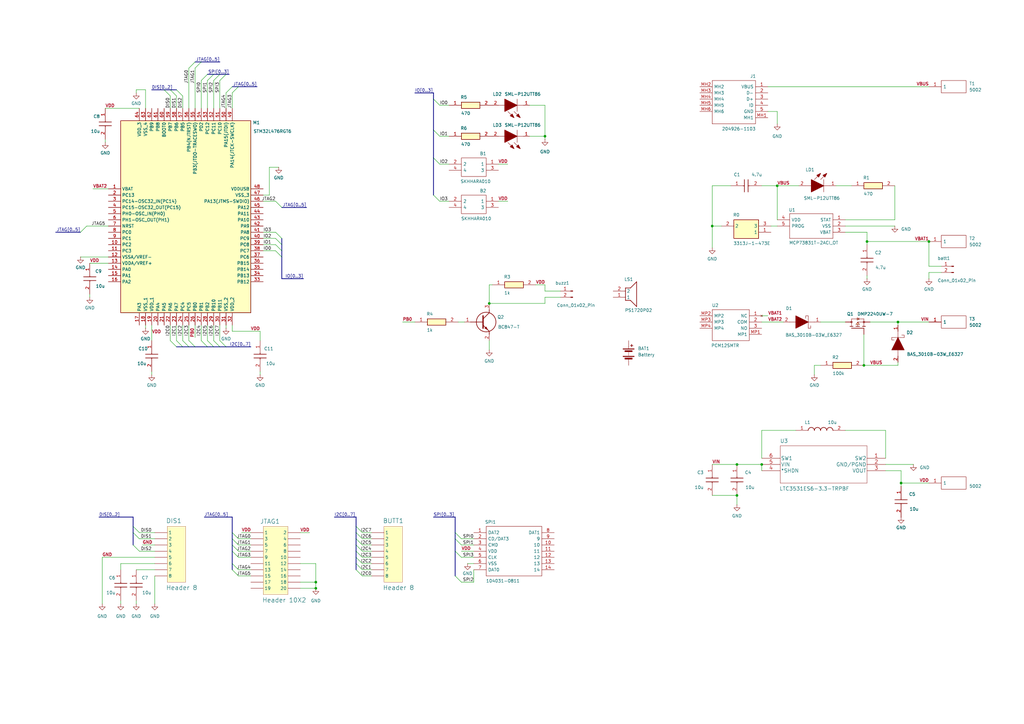
<source format=kicad_sch>
(kicad_sch (version 20250114) (generator "eeschema") (generator_version "9.0")
  (paper "A3")
  (junction (at 318.77 76.2))
  (junction (at 302.26 190.5))
  (junction (at 381 99.06))
  (junction (at 369.57 198.12))
  (junction (at 292.1 92.71))
  (junction (at 129.54 241.3))
  (junction (at 355.6 99.06))
  (junction (at 200.66 124.46))
  (junction (at 129.54 238.76))
  (junction (at 302.26 203.2))
  (junction (at 368.3 132.08))
  (junction (at 312.42 190.5))
  (junction (at 354.33 149.86))
  (junction (at 223.52 55.88))
  (bus_entry (at 115.57 105.41) (size -2.54 -2.54))
  (bus_entry (at 177.8 80.01) (size 2.54 2.54))
  (bus_entry (at 54.61 215.9) (size 2.54 2.54))
  (bus_entry (at 33.02 95.25) (size 2.54 -2.54))
  (bus_entry (at 80.01 25.4) (size -2.54 2.54))
  (bus_entry (at 146.05 226.06) (size 2.54 2.54))
  (bus_entry (at 177.8 64.77) (size 2.54 2.54))
  (bus_entry (at 186.69 236.22) (size 2.54 2.54))
  (bus_entry (at 92.71 30.48) (size -2.54 2.54))
  (bus_entry (at 92.71 142.24) (size -2.54 -2.54))
  (bus_entry (at 115.57 85.09) (size -2.54 -2.54))
  (bus_entry (at 186.69 220.98) (size 2.54 2.54))
  (bus_entry (at 72.39 36.83) (size 2.54 2.54))
  (bus_entry (at 146.05 223.52) (size 2.54 2.54))
  (bus_entry (at 177.8 40.64) (size 2.54 2.54))
  (bus_entry (at 95.25 218.44) (size 2.54 2.54))
  (bus_entry (at 90.17 142.24) (size -2.54 -2.54))
  (bus_entry (at 95.25 220.98) (size 2.54 2.54))
  (bus_entry (at 95.25 35.56) (size -2.54 2.54))
  (bus_entry (at 82.55 25.4) (size -2.54 2.54))
  (bus_entry (at 146.05 218.44) (size 2.54 2.54))
  (bus_entry (at 87.63 30.48) (size -2.54 2.54))
  (bus_entry (at 186.69 218.44) (size 2.54 2.54))
  (bus_entry (at 87.63 142.24) (size -2.54 -2.54))
  (bus_entry (at 69.85 36.83) (size 2.54 2.54))
  (bus_entry (at 90.17 30.48) (size -2.54 2.54))
  (bus_entry (at 95.25 223.52) (size 2.54 2.54))
  (bus_entry (at 177.8 53.34) (size 2.54 2.54))
  (bus_entry (at 95.25 231.14) (size 2.54 2.54))
  (bus_entry (at 95.25 233.68) (size 2.54 2.54))
  (bus_entry (at 74.93 142.24) (size -2.54 -2.54))
  (bus_entry (at 146.05 233.68) (size 2.54 2.54))
  (bus_entry (at 97.79 35.56) (size -2.54 2.54))
  (bus_entry (at 115.57 100.33) (size -2.54 -2.54))
  (bus_entry (at 54.61 218.44) (size 2.54 2.54))
  (bus_entry (at 146.05 231.14) (size 2.54 2.54))
  (bus_entry (at 72.39 142.24) (size -2.54 -2.54))
  (bus_entry (at 115.57 102.87) (size -2.54 -2.54))
  (bus_entry (at 77.47 142.24) (size -2.54 -2.54))
  (bus_entry (at 95.25 226.06) (size 2.54 2.54))
  (bus_entry (at 146.05 228.6) (size 2.54 2.54))
  (bus_entry (at 67.31 36.83) (size 2.54 2.54))
  (bus_entry (at 85.09 142.24) (size -2.54 -2.54))
  (bus_entry (at 146.05 215.9) (size 2.54 2.54))
  (bus_entry (at 85.09 30.48) (size -2.54 2.54))
  (bus_entry (at 115.57 97.79) (size -2.54 -2.54))
  (bus_entry (at 80.01 142.24) (size -2.54 -2.54))
  (bus_entry (at 186.69 226.06) (size 2.54 2.54))
  (bus_entry (at 54.61 223.52) (size 2.54 2.54))
  (bus_entry (at 146.05 220.98) (size 2.54 2.54))
  (wire (pts (xy 318.77 50.8) (xy 318.77 45.72)))
  (wire (pts (xy 318.77 76.2) (xy 327.66 76.2)))
  (wire (pts (xy 368.3 132.08) (xy 381 132.08)))
  (bus (pts (xy 146.05 228.6) (xy 146.05 231.14)))
  (wire (pts (xy 110.49 80.01) (xy 107.95 80.01)))
  (bus (pts (xy 146.05 223.52) (xy 146.05 226.06)))
  (wire (pts (xy 312.42 176.53) (xy 312.42 187.96)))
  (wire (pts (xy 148.59 226.06) (xy 152.4 226.06)))
  (wire (pts (xy 80.01 138.43) (xy 80.01 133.35)))
  (bus (pts (xy 90.17 30.48) (xy 92.71 30.48)))
  (wire (pts (xy 107.95 102.87) (xy 113.03 102.87)))
  (wire (pts (xy 82.55 139.7) (xy 82.55 133.35)))
  (wire (pts (xy 355.6 95.25) (xy 355.6 99.06)))
  (wire (pts (xy 354.33 149.86) (xy 354.33 137.16)))
  (bus (pts (xy 87.63 142.24) (xy 90.17 142.24)))
  (bus (pts (xy 95.25 223.52) (xy 95.25 226.06)))
  (wire (pts (xy 292.1 92.71) (xy 292.1 101.6)))
  (wire (pts (xy 35.56 92.71) (xy 44.45 92.71)))
  (bus (pts (xy 67.31 36.83) (xy 69.85 36.83)))
  (wire (pts (xy 180.34 55.88) (xy 184.15 55.88)))
  (wire (pts (xy 368.3 132.08) (xy 368.3 133.35)))
  (bus (pts (xy 186.69 220.98) (xy 186.69 226.06)))
  (bus (pts (xy 92.71 30.48) (xy 93.98 30.48)))
  (wire (pts (xy 201.93 116.84) (xy 200.66 116.84)))
  (bus (pts (xy 95.25 226.06) (xy 95.25 231.14)))
  (wire (pts (xy 77.47 139.7) (xy 77.47 133.35)))
  (wire (pts (xy 355.6 99.06) (xy 381 99.06)))
  (wire (pts (xy 87.63 33.02) (xy 87.63 44.45)))
  (wire (pts (xy 74.93 39.37) (xy 74.93 44.45)))
  (bus (pts (xy 85.09 142.24) (xy 87.63 142.24)))
  (wire (pts (xy 381 109.22) (xy 381 99.06)))
  (wire (pts (xy 386.08 111.76) (xy 381 111.76)))
  (wire (pts (xy 55.88 38.1) (xy 55.88 36.83)))
  (wire (pts (xy 189.23 238.76) (xy 194.31 238.76)))
  (wire (pts (xy 355.6 114.3) (xy 355.6 113.03)))
  (wire (pts (xy 95.25 38.1) (xy 95.25 44.45)))
  (wire (pts (xy 349.25 76.2) (xy 342.9 76.2)))
  (wire (pts (xy 326.39 176.53) (xy 312.42 176.53)))
  (wire (pts (xy 314.96 35.56) (xy 381 35.56)))
  (wire (pts (xy 106.68 153.67) (xy 106.68 152.4)))
  (wire (pts (xy 59.69 36.83) (xy 59.69 44.45)))
  (wire (pts (xy 368.3 148.59) (xy 368.3 149.86)))
  (wire (pts (xy 82.55 33.02) (xy 82.55 44.45)))
  (wire (pts (xy 355.6 95.25) (xy 346.71 95.25)))
  (wire (pts (xy 374.65 190.5) (xy 363.22 190.5)))
  (wire (pts (xy 57.15 218.44) (xy 63.5 218.44)))
  (bus (pts (xy 177.8 53.34) (xy 177.8 40.64)))
  (bus (pts (xy 54.61 215.9) (xy 54.61 218.44)))
  (bus (pts (xy 177.8 80.01) (xy 177.8 64.77)))
  (wire (pts (xy 95.25 135.89) (xy 95.25 133.35)))
  (wire (pts (xy 189.23 223.52) (xy 194.31 223.52)))
  (wire (pts (xy 97.79 228.6) (xy 102.87 228.6)))
  (bus (pts (xy 80.01 25.4) (xy 82.55 25.4)))
  (wire (pts (xy 106.68 135.89) (xy 106.68 139.7)))
  (wire (pts (xy 80.01 27.94) (xy 80.01 44.45)))
  (bus (pts (xy 146.05 215.9) (xy 146.05 212.09)))
  (wire (pts (xy 129.54 238.76) (xy 129.54 241.3)))
  (wire (pts (xy 55.88 36.83) (xy 59.69 36.83)))
  (bus (pts (xy 69.85 36.83) (xy 72.39 36.83)))
  (wire (pts (xy 69.85 139.7) (xy 69.85 133.35)))
  (wire (pts (xy 312.42 190.5) (xy 312.42 193.04)))
  (wire (pts (xy 99.06 218.44) (xy 102.87 218.44)))
  (bus (pts (xy 95.25 212.09) (xy 95.25 218.44)))
  (wire (pts (xy 90.17 139.7) (xy 90.17 133.35)))
  (bus (pts (xy 95.25 220.98) (xy 95.25 223.52)))
  (wire (pts (xy 334.01 153.67) (xy 334.01 149.86)))
  (bus (pts (xy 80.01 142.24) (xy 85.09 142.24)))
  (wire (pts (xy 369.57 198.12) (xy 381 198.12)))
  (wire (pts (xy 43.18 58.42) (xy 43.18 57.15)))
  (bus (pts (xy 77.47 142.24) (xy 80.01 142.24)))
  (bus (pts (xy 186.69 218.44) (xy 186.69 220.98)))
  (wire (pts (xy 85.09 33.02) (xy 85.09 44.45)))
  (wire (pts (xy 223.52 43.18) (xy 217.17 43.18)))
  (bus (pts (xy 115.57 105.41) (xy 115.57 114.3)))
  (bus (pts (xy 87.63 30.48) (xy 90.17 30.48)))
  (wire (pts (xy 148.59 236.22) (xy 152.4 236.22)))
  (bus (pts (xy 95.25 35.56) (xy 97.79 35.56)))
  (bus (pts (xy 177.8 212.09) (xy 186.69 212.09)))
  (wire (pts (xy 148.59 231.14) (xy 152.4 231.14)))
  (wire (pts (xy 148.59 223.52) (xy 152.4 223.52)))
  (wire (pts (xy 367.03 92.71) (xy 346.71 92.71)))
  (bus (pts (xy 186.69 226.06) (xy 186.69 236.22)))
  (wire (pts (xy 367.03 90.17) (xy 346.71 90.17)))
  (wire (pts (xy 312.42 76.2) (xy 318.77 76.2)))
  (wire (pts (xy 148.59 220.98) (xy 152.4 220.98)))
  (wire (pts (xy 292.1 76.2) (xy 292.1 92.71)))
  (wire (pts (xy 369.57 193.04) (xy 369.57 198.12)))
  (wire (pts (xy 369.57 193.04) (xy 363.22 193.04)))
  (wire (pts (xy 36.83 121.92) (xy 36.83 120.65)))
  (wire (pts (xy 223.52 57.15) (xy 223.52 55.88)))
  (wire (pts (xy 200.66 124.46) (xy 223.52 124.46)))
  (wire (pts (xy 62.23 153.67) (xy 62.23 152.4)))
  (wire (pts (xy 180.34 43.18) (xy 184.15 43.18)))
  (wire (pts (xy 113.03 97.79) (xy 107.95 97.79)))
  (bus (pts (xy 74.93 142.24) (xy 77.47 142.24)))
  (wire (pts (xy 346.71 176.53) (xy 363.22 176.53)))
  (wire (pts (xy 49.53 233.68) (xy 49.53 231.14)))
  (wire (pts (xy 180.34 67.31) (xy 184.15 67.31)))
  (bus (pts (xy 95.25 218.44) (xy 95.25 220.98)))
  (wire (pts (xy 57.15 220.98) (xy 63.5 220.98)))
  (wire (pts (xy 38.1 77.47) (xy 44.45 77.47)))
  (bus (pts (xy 186.69 212.09) (xy 186.69 218.44)))
  (wire (pts (xy 334.01 149.86) (xy 336.55 149.86)))
  (bus (pts (xy 83.82 212.09) (xy 95.25 212.09)))
  (bus (pts (xy 85.09 30.48) (xy 87.63 30.48)))
  (wire (pts (xy 299.72 76.2) (xy 292.1 76.2)))
  (wire (pts (xy 223.52 43.18) (xy 223.52 55.88)))
  (wire (pts (xy 295.91 92.71) (xy 292.1 92.71)))
  (wire (pts (xy 72.39 139.7) (xy 72.39 133.35)))
  (wire (pts (xy 194.31 238.76) (xy 194.31 233.68)))
  (bus (pts (xy 125.73 85.09) (xy 115.57 85.09)))
  (wire (pts (xy 318.77 76.2) (xy 318.77 90.17)))
  (bus (pts (xy 54.61 215.9) (xy 54.61 212.09)))
  (wire (pts (xy 41.91 228.6) (xy 41.91 247.65)))
  (bus (pts (xy 115.57 114.3) (xy 124.46 114.3)))
  (bus (pts (xy 146.05 226.06) (xy 146.05 228.6)))
  (wire (pts (xy 92.71 38.1) (xy 92.71 44.45)))
  (wire (pts (xy 107.95 82.55) (xy 113.03 82.55)))
  (wire (pts (xy 77.47 27.94) (xy 77.47 44.45)))
  (wire (pts (xy 223.52 116.84) (xy 223.52 119.38)))
  (wire (pts (xy 36.83 107.95) (xy 44.45 107.95)))
  (wire (pts (xy 97.79 226.06) (xy 102.87 226.06)))
  (wire (pts (xy 41.91 228.6) (xy 63.5 228.6)))
  (bus (pts (xy 177.8 38.1) (xy 177.8 40.64)))
  (wire (pts (xy 367.03 76.2) (xy 367.03 90.17)))
  (wire (pts (xy 316.23 92.71) (xy 318.77 92.71)))
  (wire (pts (xy 92.71 134.62) (xy 92.71 133.35)))
  (bus (pts (xy 146.05 220.98) (xy 146.05 223.52)))
  (wire (pts (xy 302.26 207.01) (xy 302.26 203.2)))
  (wire (pts (xy 302.26 203.2) (xy 292.1 203.2)))
  (wire (pts (xy 123.19 231.14) (xy 129.54 231.14)))
  (wire (pts (xy 55.88 233.68) (xy 63.5 233.68)))
  (wire (pts (xy 123.19 241.3) (xy 129.54 241.3)))
  (wire (pts (xy 97.79 236.22) (xy 102.87 236.22)))
  (wire (pts (xy 355.6 99.06) (xy 355.6 100.33)))
  (bus (pts (xy 146.05 212.09) (xy 137.16 212.09)))
  (wire (pts (xy 223.52 119.38) (xy 229.87 119.38)))
  (wire (pts (xy 74.93 139.7) (xy 74.93 133.35)))
  (wire (pts (xy 363.22 176.53) (xy 363.22 187.96)))
  (wire (pts (xy 123.19 238.76) (xy 129.54 238.76)))
  (bus (pts (xy 177.8 64.77) (xy 177.8 53.34)))
  (wire (pts (xy 69.85 39.37) (xy 69.85 44.45)))
  (wire (pts (xy 63.5 247.65) (xy 63.5 236.22)))
  (wire (pts (xy 57.15 226.06) (xy 63.5 226.06)))
  (wire (pts (xy 110.49 68.58) (xy 114.3 68.58)))
  (wire (pts (xy 187.96 132.08) (xy 190.5 132.08)))
  (wire (pts (xy 110.49 68.58) (xy 110.49 80.01)))
  (wire (pts (xy 97.79 223.52) (xy 102.87 223.52)))
  (bus (pts (xy 170.18 38.1) (xy 177.8 38.1)))
  (wire (pts (xy 200.66 143.51) (xy 200.66 139.7)))
  (wire (pts (xy 148.59 228.6) (xy 152.4 228.6)))
  (wire (pts (xy 200.66 116.84) (xy 200.66 124.46)))
  (wire (pts (xy 49.53 231.14) (xy 63.5 231.14)))
  (wire (pts (xy 191.77 231.14) (xy 194.31 231.14)))
  (wire (pts (xy 368.3 149.86) (xy 354.33 149.86)))
  (wire (pts (xy 148.59 233.68) (xy 152.4 233.68)))
  (wire (pts (xy 113.03 100.33) (xy 107.95 100.33)))
  (bus (pts (xy 115.57 102.87) (xy 115.57 105.41)))
  (wire (pts (xy 223.52 55.88) (xy 217.17 55.88)))
  (wire (pts (xy 87.63 133.35) (xy 87.63 139.7)))
  (wire (pts (xy 49.53 247.65) (xy 49.53 246.38)))
  (wire (pts (xy 129.54 231.14) (xy 129.54 238.76)))
  (bus (pts (xy 146.05 215.9) (xy 146.05 218.44)))
  (wire (pts (xy 43.18 44.45) (xy 57.15 44.45)))
  (wire (pts (xy 58.42 223.52) (xy 63.5 223.52)))
  (wire (pts (xy 356.87 132.08) (xy 368.3 132.08)))
  (wire (pts (xy 97.79 233.68) (xy 102.87 233.68)))
  (wire (pts (xy 312.42 129.54) (xy 314.96 129.54)))
  (wire (pts (xy 229.87 121.92) (xy 223.52 121.92)))
  (bus (pts (xy 95.25 231.14) (xy 95.25 233.68)))
  (wire (pts (xy 85.09 133.35) (xy 85.09 139.7)))
  (wire (pts (xy 318.77 45.72) (xy 314.96 45.72)))
  (wire (pts (xy 127 218.44) (xy 123.19 218.44)))
  (wire (pts (xy 62.23 133.35) (xy 62.23 139.7)))
  (wire (pts (xy 369.57 198.12) (xy 369.57 199.39)))
  (bus (pts (xy 54.61 212.09) (xy 40.64 212.09)))
  (wire (pts (xy 189.23 220.98) (xy 194.31 220.98)))
  (bus (pts (xy 115.57 97.79) (xy 115.57 100.33)))
  (bus (pts (xy 72.39 142.24) (xy 74.93 142.24)))
  (wire (pts (xy 336.55 132.08) (xy 346.71 132.08)))
  (wire (pts (xy 33.02 105.41) (xy 44.45 105.41)))
  (wire (pts (xy 223.52 121.92) (xy 223.52 124.46)))
  (bus (pts (xy 146.05 231.14) (xy 146.05 233.68)))
  (wire (pts (xy 386.08 109.22) (xy 381 109.22)))
  (bus (pts (xy 22.86 95.25) (xy 33.02 95.25)))
  (wire (pts (xy 165.1 132.08) (xy 170.18 132.08)))
  (wire (pts (xy 55.88 247.65) (xy 55.88 246.38)))
  (wire (pts (xy 312.42 132.08) (xy 321.31 132.08)))
  (bus (pts (xy 90.17 142.24) (xy 92.71 142.24)))
  (wire (pts (xy 97.79 220.98) (xy 102.87 220.98)))
  (wire (pts (xy 302.26 190.5) (xy 312.42 190.5)))
  (wire (pts (xy 72.39 39.37) (xy 72.39 44.45)))
  (wire (pts (xy 219.71 116.84) (xy 223.52 116.84)))
  (wire (pts (xy 113.03 95.25) (xy 107.95 95.25)))
  (wire (pts (xy 180.34 82.55) (xy 184.15 82.55)))
  (wire (pts (xy 292.1 190.5) (xy 302.26 190.5)))
  (wire (pts (xy 148.59 218.44) (xy 152.4 218.44)))
  (bus (pts (xy 97.79 35.56) (xy 105.41 35.56)))
  (wire (pts (xy 189.23 226.06) (xy 194.31 226.06)))
  (bus (pts (xy 92.71 142.24) (xy 102.87 142.24)))
  (bus (pts (xy 146.05 218.44) (xy 146.05 220.98)))
  (wire (pts (xy 59.69 134.62) (xy 59.69 133.35)))
  (wire (pts (xy 90.17 33.02) (xy 90.17 44.45)))
  (wire (pts (xy 381 111.76) (xy 381 114.3)))
  (wire (pts (xy 95.25 135.89) (xy 106.68 135.89)))
  (wire (pts (xy 208.28 67.31) (xy 204.47 67.31)))
  (bus (pts (xy 54.61 218.44) (xy 54.61 223.52)))
  (bus (pts (xy 82.55 25.4) (xy 90.17 25.4)))
  (bus (pts (xy 115.57 100.33) (xy 115.57 102.87)))
  (bus (pts (xy 62.23 36.83) (xy 67.31 36.83)))
  (wire (pts (xy 189.23 228.6) (xy 194.31 228.6)))
  (wire (pts (xy 208.28 82.55) (xy 204.47 82.55)))
  (label "PB0" (at 80.01 138.43 90) (effects (font (size 1.25 1.25) (thickness 0.25) (bold yes))))
  (label "I2C6" (at 87.63 133.35 270))
  (label "I2C2" (at 152.4 231.14 180))
  (label "VBAT2" (at 314.96 132.08 0) (effects (font (size 1.25 1.25) (thickness 0.25) (bold yes))))
  (label "I2C[0..7]" (at 137.16 212.09 0))
  (label "VDD" (at 381 198.12 180) (effects (font (size 1.25 1.25) (thickness 0.25) (bold yes))))
  (label "I2C7" (at 90.17 133.35 270))
  (label "IO[0..3]" (at 124.46 114.3 180))
  (label "JTAG1" (at 102.87 223.52 180))
  (label "IO1" (at 107.95 100.33 0))
  (label "JTAG2" (at 113.03 82.55 180))
  (label "SPI2" (at 87.63 38.1 90))
  (label "IO3" (at 107.95 95.25 0))
  (label "I2C5" (at 85.09 133.35 270))
  (label "SPI2" (at 194.31 238.76 180))
  (label "GND" (at 58.42 223.52 0) (effects (font (size 1.25 1.25) (thickness 0.25) (bold yes))))
  (label "DIS[0..2]" (at 62.23 36.83 0))
  (label "I2C[0..7]" (at 102.87 142.24 180))
  (label "SPI0" (at 82.55 38.1 90))
  (label "VDD" (at 36.83 107.95 0) (effects (font (size 1.25 1.25) (thickness 0.25) (bold yes))))
  (label "VIN" (at 292.1 190.5 0) (effects (font (size 1.25 1.25) (thickness 0.25) (bold yes))))
  (label "JTAG2" (at 102.87 226.06 180))
  (label "PB0" (at 165.1 132.08 0) (effects (font (size 1.25 1.25) (thickness 0.25) (bold yes))))
  (label "I2C0" (at 152.4 236.22 180))
  (label "VBAT1" (at 381 99.06 180) (effects (font (size 1.25 1.25) (thickness 0.25) (bold yes))))
  (label "JTAG3" (at 95.25 44.45 90))
  (label "JTAG[0..5]" (at 125.73 85.09 180))
  (label "VBUS" (at 381 35.56 180) (effects (font (size 1.25 1.25) (thickness 0.25) (bold yes))))
  (label "SPI1" (at 85.09 38.1 90))
  (label "DIS0" (at 62.23 218.44 180))
  (label "JTAG[0..5]" (at 33.02 95.25 180))
  (label "I2C4" (at 82.55 133.35 270))
  (label "JTAG5" (at 43.18 92.71 180))
  (label "I2C2" (at 74.93 133.35 270))
  (label "JTAG0" (at 102.87 220.98 180))
  (label "I2C4" (at 152.4 226.06 180))
  (label "VDD" (at 99.06 218.44 0) (effects (font (size 1.25 1.25) (thickness 0.25) (bold yes))))
  (label "IO0" (at 107.95 102.87 0))
  (label "I2C1" (at 152.4 233.68 180))
  (label "DIS2" (at 74.93 44.45 90))
  (label "DIS[0..2]" (at 40.64 212.09 0))
  (label "VBUS" (at 318.77 76.2 0) (effects (font (size 1.25 1.25) (thickness 0.25) (bold yes))))
  (label "GND" (at 41.91 228.6 0) (effects (font (size 1.25 1.25) (thickness 0.25) (bold yes))))
  (label "SPI0" (at 194.31 220.98 180))
  (label "VDD" (at 219.71 116.84 0) (effects (font (size 1.25 1.25) (thickness 0.25) (bold yes))))
  (label "VIN" (at 381 132.08 180) (effects (font (size 1.25 1.25) (thickness 0.25) (bold yes))))
  (label "DIS0" (at 69.85 44.45 90))
  (label "JTAG3" (at 102.87 228.6 180))
  (label "JTAG[0..5]" (at 105.41 35.56 180))
  (label "IO[0..3]" (at 170.18 38.1 0))
  (label "JTAG5" (at 102.87 236.22 180))
  (label "VDD" (at 189.23 226.06 0) (effects (font (size 1.25 1.25) (thickness 0.25) (bold yes))))
  (label "IO2" (at 107.95 97.79 0))
  (label "JTAG1" (at 80.01 34.29 90))
  (label "VDD" (at 62.23 137.16 0) (effects (font (size 1.25 1.25) (thickness 0.25) (bold yes))))
  (label "DIS1" (at 72.39 44.45 90))
  (label "VBUS" (at 361.95 149.86 180) (effects (font (size 1.25 1.25) (thickness 0.25) (bold yes))))
  (label "IO2" (at 180.34 67.31 0))
  (label "JTAG4" (at 102.87 233.68 180))
  (label "VBAT2" (at 38.1 77.47 0) (effects (font (size 1.25 1.25) (thickness 0.25) (bold yes))))
  (label "VBAT1" (at 314.96 129.54 0) (effects (font (size 1.25 1.25) (thickness 0.25) (bold yes))))
  (label "I2C1" (at 72.39 133.35 270))
  (label "I2C6" (at 152.4 220.98 180))
  (label "VDD" (at 43.18 44.45 0) (effects (font (size 1.25 1.25) (thickness 0.25) (bold yes))))
  (label "JTAG4" (at 92.71 44.45 90))
  (label "JTAG0" (at 77.47 34.29 90))
  (label "SPI1" (at 194.31 223.52 180))
  (label "I2C3" (at 152.4 228.6 180))
  (label "VDD" (at 208.28 82.55 180) (effects (font (size 1.25 1.25) (thickness 0.25) (bold yes))))
  (label "SPI[0..3]" (at 177.8 212.09 0))
  (label "VDD" (at 208.28 67.31 180) (effects (font (size 1.25 1.25) (thickness 0.25) (bold yes))))
  (label "IO1" (at 180.34 55.88 0))
  (label "IO0" (at 180.34 43.18 0))
  (label "I2C3" (at 77.47 133.35 270))
  (label "DIS2" (at 62.23 226.06 180))
  (label "SPI3" (at 194.31 228.6 180))
  (label "JTAG[0..5]" (at 90.17 25.4 180))
  (label "SPI[0..3]" (at 93.98 30.48 180))
  (label "SPI3" (at 90.17 38.1 90))
  (label "I2C7" (at 152.4 218.44 180))
  (label "JTAG[0..5]" (at 83.82 212.09 0))
  (label "IO3" (at 180.34 82.55 0))
  (label "I2C0" (at 69.85 133.35 270))
  (label "VDD" (at 106.68 135.89 180) (effects (font (size 1.25 1.25) (thickness 0.25) (bold yes))))
  (label "DIS1" (at 62.23 220.98 180))
  (label "VDD" (at 127 218.44 180) (effects (font (size 1.25 1.25) (thickness 0.25) (bold yes))))
  (label "I2C5" (at 152.4 223.52 180))
  (symbol (lib_id "ERA-8VRB1002V:ERA-8VRB1002V") (at 201.93 116.84 0) (unit 1)
    (property "Reference" "R3" (at 208.026 113.538 0))
    (property "Value" "1k" (at 208.026 120.142 0))
    (property "Footprint" "footprints:ERA8KEB1004V" (effects (hide yes)))
    (property "Datasheet" "https://industrial.panasonic.com/cdbs/www-data/pdf/RDM0000/RDM0000C331.pdf" (effects (hide yes)))
    (property "Description" "Series/Type: Thin Film Chip Resistors, High Stability and Reliability Type, Power Rating (W): 0.25, Chip Size (LxW(EIA)) (mm): 3.2 x 1.6 (EIA:1206), Resistance Values (): 10000, Resistance Tolerance (%): 0.1, T.C.R (10/K): +/-10" (effects (hide yes)))
    (property "Height" "0.65" (effects (hide yes)))
    (property "Mouser Part Number" "667-ERA-8VRB1002V" (effects (hide yes)))
    (property "Mouser Price/Stock" "https://www.mouser.co.uk/ProductDetail/Panasonic/ERA-8VRB1002V?qs=By6Nw2ByBD0pZfVlqrtkuw%3D%3D" (effects (hide yes)))
    (property "Manufacturer_Name" "Panasonic" (effects (hide yes)))
    (property "Manufacturer_Part_Number" "ERA-8VRB1002V" (effects (hide yes)))
  )
  (symbol (lib_id "power:GND") (at 367.03 92.71 0) (mirror y) (unit 1)
    (property "Reference" "#PWR03" (effects (hide yes)))
    (property "Value" "GND" (at 369.57 93.9799 0) (effects (justify right)))
    (property "Description" "Power symbol creates a global label with name \"GND\" , ground" (effects (hide yes)))
  )
  (symbol (lib_id "PCM12SMTR:PCM12SMTR") (at 312.42 129.54 0) (mirror y) (unit 1)
    (property "Reference" "U2" (at 293.37 125.222 0))
    (property "Value" "PCM12SMTR" (at 297.434 141.732 0))
    (property "Footprint" "footprints:PCM12SMTR" (effects (hide yes)))
    (property "Datasheet" "https://www.ckswitches.com/media/1424/pcm.pdf" (effects (hide yes)))
    (property "Description" "Slide Switches 0.3A SPDT ON-ON" (effects (hide yes)))
    (property "Description_1" "Slide Switches 0.3A SPDT ON-ON" (effects (hide yes)))
    (property "Height" "1.4" (effects (hide yes)))
    (property "Mouser Part Number" "611-PCM12SMTR" (effects (hide yes)))
    (property "Mouser Price/Stock" "https://www.mouser.co.uk/ProductDetail/CK/PCM12SMTR?qs=mfFuHy8STfL3qrPSfCHA7w%3D%3D" (effects (hide yes)))
    (property "Manufacturer_Name" "C & K COMPONENTS" (effects (hide yes)))
    (property "Manufacturer_Part_Number" "PCM12SMTR" (effects (hide yes)))
  )
  (symbol (lib_id "MAJCT168BB7105KTEA01:MAJCT168BB7105KTEA01") (at 299.72 76.2 0) (unit 1)
    (property "Reference" "C1" (at 302.26 71.628 0))
    (property "Value" "4.7u" (at 310.388 71.628 0))
    (property "Footprint" "footprints:MAJx16" (effects (hide yes)))
    (property "Datasheet" "https://ds.yuden.co.jp/TYCOMPAS/or/detail?pn=MAJCT168BB7105KTEA01" (effects (hide yes)))
    (property "Description" "MULTILAYER CERAMIC CAPACITORS[Multilayer Ceramic Capacitors (High dielectric type) for Automotive Powertrain and Safety (Cu external electrode products)]" (effects (hide yes)))
    (property "Height" "0.8" (effects (hide yes)))
    (property "Mouser Part Number" "963-MAJCT168BB7105KT" (effects (hide yes)))
    (property "Mouser Price/Stock" "https://www.mouser.co.uk/ProductDetail/TAIYO-YUDEN/MAJCT168BB7105KTEA01?qs=ZcfC38r4PotKRnvquyYkSA%3D%3D" (effects (hide yes)))
    (property "Manufacturer_Name" "TAIYO YUDEN" (effects (hide yes)))
    (property "Manufacturer_Part_Number" "MAJCT168BB7105KTEA01" (effects (hide yes)))
  )
  (symbol (lib_id "MAJCT168BB7105KTEA01:MAJCT168BB7105KTEA01") (at 43.18 44.45 90) (mirror x) (unit 1)
    (property "Reference" "C8" (at 39.624 47.752 90))
    (property "Value" "10u" (at 39.116 53.848 90))
    (property "Footprint" "footprints:MAJx16" (effects (hide yes)))
    (property "Datasheet" "https://ds.yuden.co.jp/TYCOMPAS/or/detail?pn=MAJCT168BB7105KTEA01" (effects (hide yes)))
    (property "Description" "MULTILAYER CERAMIC CAPACITORS[Multilayer Ceramic Capacitors (High dielectric type) for Automotive Powertrain and Safety (Cu external electrode products)]" (effects (hide yes)))
    (property "Height" "0.8" (effects (hide yes)))
    (property "Mouser Part Number" "963-MAJCT168BB7105KT" (effects (hide yes)))
    (property "Mouser Price/Stock" "https://www.mouser.co.uk/ProductDetail/TAIYO-YUDEN/MAJCT168BB7105KTEA01?qs=ZcfC38r4PotKRnvquyYkSA%3D%3D" (effects (hide yes)))
    (property "Manufacturer_Name" "TAIYO YUDEN" (effects (hide yes)))
    (property "Manufacturer_Part_Number" "MAJCT168BB7105KTEA01" (effects (hide yes)))
  )
  (symbol (lib_id "Connector:Conn_01x02_Pin") (at 391.16 109.22 0) (mirror y) (unit 1)
    (property "Reference" "batt1" (at 387.096 105.918 0))
    (property "Value" "Conn_01x02_Pin" (at 392.43 115.062 0))
    (property "Footprint" "Connector_PinSocket_2.54mm:PinSocket_1x02_P2.54mm_Vertical" (effects (hide yes)))
    (property "Description" "Generic connector, single row, 01x02, script generated" (effects (hide yes)))
  )
  (symbol (lib_id "IHLP5050CEER100M01:IHLP5050CEER100M01") (at 326.39 176.53 0) (unit 1)
    (property "Reference" "L1" (at 331.216 173.228 0))
    (property "Value" "10u" (at 341.376 173.228 0))
    (property "Footprint" "footprints:INDPM132129X350N" (effects (hide yes)))
    (property "Description" "Vishay IHLP5050CE-01 Series Shielded Wire-wound SMD Inductor 10 uH +/-20% 7A Idc" (effects (hide yes)))
    (property "Height" "3.5" (effects (hide yes)))
    (property "Mouser Part Number" "70-IHLP5050CEER100M1" (effects (hide yes)))
    (property "Mouser Price/Stock" "https://www.mouser.co.uk/ProductDetail/Vishay-Dale/IHLP5050CEER100M01?qs=0ryzdvNjbAIyrQvWHWTv4w%3D%3D" (effects (hide yes)))
    (property "Manufacturer_Name" "Vishay" (effects (hide yes)))
    (property "Manufacturer_Part_Number" "IHLP5050CEER100M01" (effects (hide yes)))
  )
  (symbol (lib_id "5002:5002") (at 381 35.56 0) (unit 1)
    (property "Reference" "T1" (at 397.51 34.2899 0) (effects (justify left)))
    (property "Value" "5002" (at 397.51 36.8299 0) (effects (justify left)))
    (property "Footprint" "footprints:5002" (effects (hide yes)))
    (property "Datasheet" "http://www.keyelco.com/product-pdf.cfm?p=1311" (effects (hide yes)))
    (property "Description" "KEYSTONE - 5002 - TEST POINT CONNECTOR" (effects (hide yes)))
    (property "Description_1" "KEYSTONE - 5002 - TEST POINT CONNECTOR" (effects (hide yes)))
    (property "Mouser Part Number" "534-5002" (effects (hide yes)))
    (property "Mouser Price/Stock" "https://www.mouser.co.uk/ProductDetail/Keystone-Electronics/5002?qs=q0tsjPZWdm%2FAjghIXdPVXw%3D%3D" (effects (hide yes)))
    (property "Manufacturer_Name" "Keystone Electronics" (effects (hide yes)))
    (property "Manufacturer_Part_Number" "5002" (effects (hide yes)))
  )
  (symbol (lib_id "power:GND") (at 114.3 68.58 0) (mirror y) (unit 1)
    (property "Reference" "#PWR017" (effects (hide yes)))
    (property "Value" "GND" (at 114.3 72.898 0))
    (property "Description" "Power symbol creates a global label with name \"GND\" , ground" (effects (hide yes)))
  )
  (symbol (lib_id "SML-P12UTT86:SML-P12UTT86") (at 217.17 43.18 180) (unit 1)
    (property "Reference" "LD2" (at 203.962 38.608 0))
    (property "Value" "SML-P12UTT86" (at 214.376 38.608 0))
    (property "Footprint" "footprints:LEDC1006X25N" (effects (hide yes)))
    (property "Datasheet" "https://datasheet.datasheetarchive.com/originals/distributors/Datasheets_SAMA/76d3b1f33d7c90ee1bef963f39e79adf.pdf" (effects (hide yes)))
    (property "Description" "ROHM - SML-P12UTT86 - LED, PICOLED, Red, SMD, 1005, 20 mA, 2 V, 620 nm" (effects (hide yes)))
    (property "Description_1" "ROHM - SML-P12UTT86 - LED, PICOLED, Red, SMD, 1005, 20 mA, 2 V, 620 nm" (effects (hide yes)))
    (property "Height" "0.25" (effects (hide yes)))
    (property "Mouser Part Number" "755-SML-P12UTT86" (effects (hide yes)))
    (property "Mouser Price/Stock" "https://www.mouser.co.uk/ProductDetail/ROHM-Semiconductor/SML-P12UTT86?qs=XynAqUfUlD0L03TSzQCNsA%3D%3D" (effects (hide yes)))
    (property "Manufacturer_Name" "ROHM Semiconductor" (effects (hide yes)))
    (property "Manufacturer_Part_Number" "SML-P12UTT86" (effects (hide yes)))
  )
  (symbol (lib_id "BAS_3010B-03W_E6327:BAS_3010B-03W_E6327") (at 339.09 132.08 0) (mirror y) (unit 1)
    (property "Reference" "D1" (at 323.596 126.492 0))
    (property "Value" "BAS_3010B-03W_E6327" (at 333.756 137.414 0))
    (property "Footprint" "footprints:SOD2513X110N" (effects (hide yes)))
    (property "Description" "Schottky Diodes & Rectifiers Medium Power IF Diode" (effects (hide yes)))
    (property "Description_1" "Schottky Diodes & Rectifiers Medium Power IF Diode" (effects (hide yes)))
    (property "Height" "1.1" (effects (hide yes)))
    (property "Mouser Part Number" "726-BAS3010B03WE6327" (effects (hide yes)))
    (property "Mouser Price/Stock" "https://www.mouser.co.uk/ProductDetail/Infineon-Technologies/BAS-3010B-03W-E6327?qs=mzcOS1kGbgfy%2F%2F60e4EqiQ%3D%3D" (effects (hide yes)))
    (property "Manufacturer_Name" "Infineon" (effects (hide yes)))
    (property "Manufacturer_Part_Number" "BAS 3010B-03W E6327" (effects (hide yes)))
  )
  (symbol (lib_id "power:GND") (at 302.26 207.01 0) (mirror y) (unit 1)
    (property "Reference" "#PWR05" (effects (hide yes)))
    (property "Value" "GND" (at 302.26 211.582 0))
    (property "Description" "Power symbol creates a global label with name \"GND\" , ground" (effects (hide yes)))
  )
  (symbol (lib_id "Miscellaneous Connectors:Header 10X2") (at 107.95 215.9 0) (unit 1)
    (property "Reference" "JTAG1" (at 110.744 213.868 0) (effects (font (size 1.8288 1.8288))))
    (property "Value" "Header 10X2" (at 116.586 246.126 0) (effects (font (size 1.8288 1.8288))))
    (property "Footprint" "Connector_PinSocket_2.54mm:PinSocket_2x10_P2.54mm_Vertical" (effects (hide yes)))
    (property "Description" "Header, 10-Pin, Dual row" (effects (hide yes)))
    (property "LatestRevisionDate" "17-Jul-2002" (effects (hide yes)))
    (property "LatestRevisionNote" "Re-released for DXP Platform." (effects (hide yes)))
    (property "Publisher" "Altium Limited" (effects (hide yes)))
  )
  (symbol (lib_name "PS1720P02_1") (lib_id "PS1720P02:PS1720P02") (at 251.46 119.38 0) (unit 1)
    (property "Reference" "LS1" (at 256.032 114.554 0) (effects (justify left)))
    (property "Value" "PS1720P02" (at 256.286 127.254 0) (effects (justify left)))
    (property "Footprint" "footprints:PS17_1" (effects (hide yes)))
    (property "Datasheet" "https://product.tdk.com/system/files/dam/doc/product/sw_piezo/sw_piezo/piezo-buzzer/catalog/piezoelectronic_buzzer_ps_en.pdf" (effects (hide yes)))
    (property "Description" "Piezoelectronic buzzers Pin terminal/Lead lines/SMD(Without oscillator circuit)" (effects (hide yes)))
    (property "Mouser Part Number" "810-PS1720P02" (effects (hide yes)))
    (property "Mouser Price/Stock" "https://www.mouser.co.uk/ProductDetail/TDK/PS1720P02?qs=Ys7FABonMR4G5gkQPbK3uw%3D%3D" (effects (hide yes)))
    (property "Manufacturer_Name" "TDK" (effects (hide yes)))
    (property "Manufacturer_Part_Number" "PS1720P02" (effects (hide yes)))
  )
  (symbol (lib_id "5002:5002") (at 381 198.12 0) (unit 1)
    (property "Reference" "T4" (effects (hide yes)))
    (property "Value" "5002" (at 397.51 199.3899 0) (effects (justify left)))
    (property "Footprint" "footprints:5002" (effects (hide yes)))
    (property "Datasheet" "http://www.keyelco.com/product-pdf.cfm?p=1311" (effects (hide yes)))
    (property "Description" "KEYSTONE - 5002 - TEST POINT CONNECTOR" (effects (hide yes)))
    (property "Description_1" "KEYSTONE - 5002 - TEST POINT CONNECTOR" (effects (hide yes)))
    (property "Mouser Part Number" "534-5002" (effects (hide yes)))
    (property "Mouser Price/Stock" "https://www.mouser.co.uk/ProductDetail/Keystone-Electronics/5002?qs=q0tsjPZWdm%2FAjghIXdPVXw%3D%3D" (effects (hide yes)))
    (property "Manufacturer_Name" "Keystone Electronics" (effects (hide yes)))
    (property "Manufacturer_Part_Number" "5002" (effects (hide yes)))
  )
  (symbol (lib_id "ERA-8VRB1002V:ERA-8VRB1002V") (at 349.25 76.2 0) (unit 1)
    (property "Reference" "R1" (at 355.346 72.898 0))
    (property "Value" "470" (at 356.108 79.502 0))
    (property "Footprint" "footprints:ERA8KEB1004V" (effects (hide yes)))
    (property "Datasheet" "https://industrial.panasonic.com/cdbs/www-data/pdf/RDM0000/RDM0000C331.pdf" (effects (hide yes)))
    (property "Description" "Series/Type: Thin Film Chip Resistors, High Stability and Reliability Type, Power Rating (W): 0.25, Chip Size (LxW(EIA)) (mm): 3.2 x 1.6 (EIA:1206), Resistance Values (): 10000, Resistance Tolerance (%): 0.1, T.C.R (10/K): +/-10" (effects (hide yes)))
    (property "Height" "0.65" (effects (hide yes)))
    (property "Mouser Part Number" "667-ERA-8VRB1002V" (effects (hide yes)))
    (property "Mouser Price/Stock" "https://www.mouser.co.uk/ProductDetail/Panasonic/ERA-8VRB1002V?qs=By6Nw2ByBD0pZfVlqrtkuw%3D%3D" (effects (hide yes)))
    (property "Manufacturer_Name" "Panasonic" (effects (hide yes)))
    (property "Manufacturer_Part_Number" "ERA-8VRB1002V" (effects (hide yes)))
  )
  (symbol (lib_id "MAJCT168BB7105KTEA01:MAJCT168BB7105KTEA01") (at 302.26 190.5 270) (unit 1)
    (property "Reference" "C4" (at 306.832 193.802 90))
    (property "Value" "10u" (at 307.594 199.898 90))
    (property "Footprint" "footprints:MAJx16" (effects (hide yes)))
    (property "Datasheet" "https://ds.yuden.co.jp/TYCOMPAS/or/detail?pn=MAJCT168BB7105KTEA01" (effects (hide yes)))
    (property "Description" "MULTILAYER CERAMIC CAPACITORS[Multilayer Ceramic Capacitors (High dielectric type) for Automotive Powertrain and Safety (Cu external electrode products)]" (effects (hide yes)))
    (property "Height" "0.8" (effects (hide yes)))
    (property "Mouser Part Number" "963-MAJCT168BB7105KT" (effects (hide yes)))
    (property "Mouser Price/Stock" "https://www.mouser.co.uk/ProductDetail/TAIYO-YUDEN/MAJCT168BB7105KTEA01?qs=ZcfC38r4PotKRnvquyYkSA%3D%3D" (effects (hide yes)))
    (property "Manufacturer_Name" "TAIYO YUDEN" (effects (hide yes)))
    (property "Manufacturer_Part_Number" "MAJCT168BB7105KTEA01" (effects (hide yes)))
  )
  (symbol (lib_id "SML-P12UTT86:SML-P12UTT86") (at 217.17 55.88 180) (unit 1)
    (property "Reference" "LD3" (at 203.962 51.308 0))
    (property "Value" "SML-P12UTT86" (at 214.376 51.308 0))
    (property "Footprint" "footprints:LEDC1006X25N" (effects (hide yes)))
    (property "Datasheet" "https://datasheet.datasheetarchive.com/originals/distributors/Datasheets_SAMA/76d3b1f33d7c90ee1bef963f39e79adf.pdf" (effects (hide yes)))
    (property "Description" "ROHM - SML-P12UTT86 - LED, PICOLED, Red, SMD, 1005, 20 mA, 2 V, 620 nm" (effects (hide yes)))
    (property "Description_1" "ROHM - SML-P12UTT86 - LED, PICOLED, Red, SMD, 1005, 20 mA, 2 V, 620 nm" (effects (hide yes)))
    (property "Height" "0.25" (effects (hide yes)))
    (property "Mouser Part Number" "755-SML-P12UTT86" (effects (hide yes)))
    (property "Mouser Price/Stock" "https://www.mouser.co.uk/ProductDetail/ROHM-Semiconductor/SML-P12UTT86?qs=XynAqUfUlD0L03TSzQCNsA%3D%3D" (effects (hide yes)))
    (property "Manufacturer_Name" "ROHM Semiconductor" (effects (hide yes)))
    (property "Manufacturer_Part_Number" "SML-P12UTT86" (effects (hide yes)))
  )
  (symbol (lib_id "power:GND") (at 374.65 190.5 0) (mirror y) (unit 1)
    (property "Reference" "#PWR07" (effects (hide yes)))
    (property "Value" "GND" (at 377.19 191.7699 0) (effects (justify right)))
    (property "Description" "Power symbol creates a global label with name \"GND\" , ground" (effects (hide yes)))
  )
  (symbol (lib_id "power:GND") (at 41.91 247.65 0) (mirror y) (unit 1)
    (property "Reference" "#PWR015" (effects (hide yes)))
    (property "Value" "GND" (at 41.91 252.73 0))
    (property "Description" "Power symbol creates a global label with name \"GND\" , ground" (effects (hide yes)))
  )
  (symbol (lib_id "Device:Battery") (at 257.81 144.78 0) (unit 1)
    (property "Reference" "BAT1" (at 261.62 142.9384 0) (effects (justify left)))
    (property "Value" "Battery" (at 261.62 145.4784 0) (effects (justify left)))
    (property "Description" "Multiple-cell battery" (effects (hide yes)))
  )
  (symbol (lib_id "power:GND") (at 33.02 105.41 0) (mirror y) (unit 1)
    (property "Reference" "#PWR016" (effects (hide yes)))
    (property "Value" "GND" (at 33.02 109.728 0))
    (property "Description" "Power symbol creates a global label with name \"GND\" , ground" (effects (hide yes)))
  )
  (symbol (lib_id "2025-03-17_22-51-18:LTC3531ES6-3.3-TRPBF") (at 363.22 187.96 0) (mirror y) (unit 1)
    (property "Reference" "U3" (at 321.564 180.848 0) (effects (font (size 1.524 1.524))))
    (property "Value" "LTC3531ES6-3.3-TRPBF" (at 334.01 200.406 0) (effects (font (size 1.524 1.524))))
    (property "Footprint" "footprints:TSOT-23_S6" (effects (hide yes)))
  )
  (symbol (lib_id "power:GND") (at 49.53 247.65 0) (mirror y) (unit 1)
    (property "Reference" "#PWR014" (effects (hide yes)))
    (property "Value" "GND" (at 49.53 252.73 0))
    (property "Description" "Power symbol creates a global label with name \"GND\" , ground" (effects (hide yes)))
  )
  (symbol (lib_id "power:GND") (at 43.18 58.42 0) (mirror y) (unit 1)
    (property "Reference" "#PWR019" (effects (hide yes)))
    (property "Value" "GND" (at 43.18 62.738 0))
    (property "Description" "Power symbol creates a global label with name \"GND\" , ground" (effects (hide yes)))
  )
  (symbol (lib_id "BC847-T:BC847-T") (at 190.5 132.08 0) (unit 1)
    (property "Reference" "Q2" (at 203.962 130.048 0) (effects (justify left)))
    (property "Value" "BC847-T" (at 204.216 134.112 0) (effects (justify left)))
    (property "Footprint" "footprints:SOT95P240X115-3N" (effects (hide yes)))
    (property "Datasheet" "https://www.rectron.com/public/product_datasheets/bc846-bc848.pdf" (effects (hide yes)))
    (property "Description" "Bipolar Transistors - BJT Gen Pur Trans NPN,0.1A,45V" (effects (hide yes)))
    (property "Height" "1.15" (effects (hide yes)))
    (property "Mouser Part Number" "583-BC847" (effects (hide yes)))
    (property "Mouser Price/Stock" "https://www.mouser.co.uk/ProductDetail/Rectron/BC847-T?qs=88VD4TDCwKCxjiqyDdAfrw%3D%3D" (effects (hide yes)))
    (property "Manufacturer_Name" "Rectron" (effects (hide yes)))
    (property "Manufacturer_Part_Number" "BC847-T" (effects (hide yes)))
  )
  (symbol (lib_id "ERA-8VRB1002V:ERA-8VRB1002V") (at 170.18 132.08 0) (unit 1)
    (property "Reference" "R4" (at 176.276 128.778 0))
    (property "Value" "1k" (at 176.276 135.382 0))
    (property "Footprint" "footprints:ERA8KEB1004V" (effects (hide yes)))
    (property "Datasheet" "https://industrial.panasonic.com/cdbs/www-data/pdf/RDM0000/RDM0000C331.pdf" (effects (hide yes)))
    (property "Description" "Series/Type: Thin Film Chip Resistors, High Stability and Reliability Type, Power Rating (W): 0.25, Chip Size (LxW(EIA)) (mm): 3.2 x 1.6 (EIA:1206), Resistance Values (): 10000, Resistance Tolerance (%): 0.1, T.C.R (10/K): +/-10" (effects (hide yes)))
    (property "Height" "0.65" (effects (hide yes)))
    (property "Mouser Part Number" "667-ERA-8VRB1002V" (effects (hide yes)))
    (property "Mouser Price/Stock" "https://www.mouser.co.uk/ProductDetail/Panasonic/ERA-8VRB1002V?qs=By6Nw2ByBD0pZfVlqrtkuw%3D%3D" (effects (hide yes)))
    (property "Manufacturer_Name" "Panasonic" (effects (hide yes)))
    (property "Manufacturer_Part_Number" "ERA-8VRB1002V" (effects (hide yes)))
  )
  (symbol (lib_id "power:GND") (at 106.68 153.67 0) (mirror y) (unit 1)
    (property "Reference" "#PWR023" (effects (hide yes)))
    (property "Value" "GND" (at 106.68 157.988 0))
    (property "Description" "Power symbol creates a global label with name \"GND\" , ground" (effects (hide yes)))
  )
  (symbol (lib_id "MAJCT168BB7105KTEA01:MAJCT168BB7105KTEA01") (at 49.53 233.68 90) (mirror x) (unit 1)
    (property "Reference" "C6" (at 45.974 236.982 90))
    (property "Value" "10u" (at 45.466 243.078 90))
    (property "Footprint" "footprints:MAJx16" (effects (hide yes)))
    (property "Datasheet" "https://ds.yuden.co.jp/TYCOMPAS/or/detail?pn=MAJCT168BB7105KTEA01" (effects (hide yes)))
    (property "Description" "MULTILAYER CERAMIC CAPACITORS[Multilayer Ceramic Capacitors (High dielectric type) for Automotive Powertrain and Safety (Cu external electrode products)]" (effects (hide yes)))
    (property "Height" "0.8" (effects (hide yes)))
    (property "Mouser Part Number" "963-MAJCT168BB7105KT" (effects (hide yes)))
    (property "Mouser Price/Stock" "https://www.mouser.co.uk/ProductDetail/TAIYO-YUDEN/MAJCT168BB7105KTEA01?qs=ZcfC38r4PotKRnvquyYkSA%3D%3D" (effects (hide yes)))
    (property "Manufacturer_Name" "TAIYO YUDEN" (effects (hide yes)))
    (property "Manufacturer_Part_Number" "MAJCT168BB7105KTEA01" (effects (hide yes)))
  )
  (symbol (lib_id "power:GND") (at 55.88 38.1 0) (mirror y) (unit 1)
    (property "Reference" "#PWR018" (effects (hide yes)))
    (property "Value" "GND" (at 55.88 42.418 0))
    (property "Description" "Power symbol creates a global label with name \"GND\" , ground" (effects (hide yes)))
  )
  (symbol (lib_id "power:GND") (at 223.52 57.15 0) (unit 1)
    (property "Reference" "#PWR010" (effects (hide yes)))
    (property "Value" "GND" (at 223.52 62.23 0))
    (property "Description" "Power symbol creates a global label with name \"GND\" , ground" (effects (hide yes)))
  )
  (symbol (lib_id "power:GND") (at 129.54 241.3 0) (mirror y) (unit 1)
    (property "Reference" "#PWR011" (effects (hide yes)))
    (property "Value" "GND" (at 129.54 246.38 0))
    (property "Description" "Power symbol creates a global label with name \"GND\" , ground" (effects (hide yes)))
  )
  (symbol (lib_id "204926-1103:204926-1103") (at 314.96 35.56 0) (mirror y) (unit 1)
    (property "Reference" "J1" (at 308.864 31.242 0))
    (property "Value" "204926-1103" (at 303.022 52.832 0))
    (property "Footprint" "footprints:2049261103" (effects (hide yes)))
    (property "Datasheet" "https://www.molex.com/content/dam/molex/molex-dot-com/products/automated/en-us/salesdrawingpdf/204/204926/2049261103_sd.pdf" (effects (hide yes)))
    (property "Description" "Micro-USB B Receptacle without Flange, Surface Mount, Waterproof, Lead-Free" (effects (hide yes)))
    (property "Description_1" "Micro-USB B Receptacle without Flange, Surface Mount, Waterproof, Lead-Free" (effects (hide yes)))
    (property "Height" "4.65" (effects (hide yes)))
    (property "Mouser Part Number" "538-204926-1103" (effects (hide yes)))
    (property "Mouser Price/Stock" "https://www.mouser.co.uk/ProductDetail/Molex/204926-1103?qs=55YtniHzbhBOQihiQOeiLg%3D%3D" (effects (hide yes)))
    (property "Manufacturer_Name" "Molex" (effects (hide yes)))
    (property "Manufacturer_Part_Number" "204926-1103" (effects (hide yes)))
  )
  (symbol (lib_id "BAS_3010B-03W_E6327:BAS_3010B-03W_E6327") (at 368.3 130.81 90) (mirror x) (unit 1)
    (property "Reference" "D2" (at 373.126 136.398 90))
    (property "Value" "BAS_3010B-03W_E6327" (at 383.54 145.288 90))
    (property "Footprint" "footprints:SOD2513X110N" (effects (hide yes)))
    (property "Description" "Schottky Diodes & Rectifiers Medium Power IF Diode" (effects (hide yes)))
    (property "Description_1" "Schottky Diodes & Rectifiers Medium Power IF Diode" (effects (hide yes)))
    (property "Height" "1.1" (effects (hide yes)))
    (property "Mouser Part Number" "726-BAS3010B03WE6327" (effects (hide yes)))
    (property "Mouser Price/Stock" "https://www.mouser.co.uk/ProductDetail/Infineon-Technologies/BAS-3010B-03W-E6327?qs=mzcOS1kGbgfy%2F%2F60e4EqiQ%3D%3D" (effects (hide yes)))
    (property "Manufacturer_Name" "Infineon" (effects (hide yes)))
    (property "Manufacturer_Part_Number" "BAS 3010B-03W E6327" (effects (hide yes)))
  )
  (symbol (lib_id "ERA-8VRB1002V:ERA-8VRB1002V") (at 336.55 149.86 0) (unit 1)
    (property "Reference" "R2" (at 342.646 146.558 0))
    (property "Value" "100k" (at 343.916 153.162 0))
    (property "Footprint" "footprints:ERA8KEB1004V" (effects (hide yes)))
    (property "Datasheet" "https://industrial.panasonic.com/cdbs/www-data/pdf/RDM0000/RDM0000C331.pdf" (effects (hide yes)))
    (property "Description" "Series/Type: Thin Film Chip Resistors, High Stability and Reliability Type, Power Rating (W): 0.25, Chip Size (LxW(EIA)) (mm): 3.2 x 1.6 (EIA:1206), Resistance Values (): 10000, Resistance Tolerance (%): 0.1, T.C.R (10/K): +/-10" (effects (hide yes)))
    (property "Height" "0.65" (effects (hide yes)))
    (property "Mouser Part Number" "667-ERA-8VRB1002V" (effects (hide yes)))
    (property "Mouser Price/Stock" "https://www.mouser.co.uk/ProductDetail/Panasonic/ERA-8VRB1002V?qs=By6Nw2ByBD0pZfVlqrtkuw%3D%3D" (effects (hide yes)))
    (property "Manufacturer_Name" "Panasonic" (effects (hide yes)))
    (property "Manufacturer_Part_Number" "ERA-8VRB1002V" (effects (hide yes)))
  )
  (symbol (lib_id "SKHHARA010:SKHHARA010") (at 204.47 82.55 0) (mirror y) (unit 1)
    (property "Reference" "B2" (at 198.12 78.232 0))
    (property "Value" "SKHHARA010" (at 195.326 89.662 0))
    (property "Footprint" "footprints:SKHHARA010" (effects (hide yes)))
    (property "Datasheet" "https://tech.alpsalpine.com/e/products/detail/SKHHARA010/" (effects (hide yes)))
    (property "Description" "SWITCH TACT SPST-NO .05A 12VDC" (effects (hide yes)))
    (property "Description_1" "SWITCH TACT SPST-NO .05A 12VDC" (effects (hide yes)))
    (property "Height" "5.2" (effects (hide yes)))
    (property "Mouser Part Number" "688-SKHHAR" (effects (hide yes)))
    (property "Mouser Price/Stock" "https://www.mouser.co.uk/ProductDetail/Alps-Alpine/SKHHARA010?qs=seHrhfPpLDx%252BIZL0Z0bB2Q%3D%3D" (effects (hide yes)))
    (property "Manufacturer_Name" "ALPS Electric" (effects (hide yes)))
    (property "Manufacturer_Part_Number" "SKHHARA010" (effects (hide yes)))
  )
  (symbol (lib_id "MAJCT168BB7105KTEA01:MAJCT168BB7105KTEA01") (at 106.68 139.7 270) (unit 1)
    (property "Reference" "C11" (at 110.236 143.002 90))
    (property "Value" "10u" (at 110.998 149.098 90))
    (property "Footprint" "footprints:MAJx16" (effects (hide yes)))
    (property "Datasheet" "https://ds.yuden.co.jp/TYCOMPAS/or/detail?pn=MAJCT168BB7105KTEA01" (effects (hide yes)))
    (property "Description" "MULTILAYER CERAMIC CAPACITORS[Multilayer Ceramic Capacitors (High dielectric type) for Automotive Powertrain and Safety (Cu external electrode products)]" (effects (hide yes)))
    (property "Height" "0.8" (effects (hide yes)))
    (property "Mouser Part Number" "963-MAJCT168BB7105KT" (effects (hide yes)))
    (property "Mouser Price/Stock" "https://www.mouser.co.uk/ProductDetail/TAIYO-YUDEN/MAJCT168BB7105KTEA01?qs=ZcfC38r4PotKRnvquyYkSA%3D%3D" (effects (hide yes)))
    (property "Manufacturer_Name" "TAIYO YUDEN" (effects (hide yes)))
    (property "Manufacturer_Part_Number" "MAJCT168BB7105KTEA01" (effects (hide yes)))
  )
  (symbol (lib_id "MAJCT168BB7105KTEA01:MAJCT168BB7105KTEA01") (at 55.88 233.68 270) (unit 1)
    (property "Reference" "C7" (at 59.436 236.982 90))
    (property "Value" "10u" (at 60.198 243.078 90))
    (property "Footprint" "footprints:MAJx16" (effects (hide yes)))
    (property "Datasheet" "https://ds.yuden.co.jp/TYCOMPAS/or/detail?pn=MAJCT168BB7105KTEA01" (effects (hide yes)))
    (property "Description" "MULTILAYER CERAMIC CAPACITORS[Multilayer Ceramic Capacitors (High dielectric type) for Automotive Powertrain and Safety (Cu external electrode products)]" (effects (hide yes)))
    (property "Height" "0.8" (effects (hide yes)))
    (property "Mouser Part Number" "963-MAJCT168BB7105KT" (effects (hide yes)))
    (property "Mouser Price/Stock" "https://www.mouser.co.uk/ProductDetail/TAIYO-YUDEN/MAJCT168BB7105KTEA01?qs=ZcfC38r4PotKRnvquyYkSA%3D%3D" (effects (hide yes)))
    (property "Manufacturer_Name" "TAIYO YUDEN" (effects (hide yes)))
    (property "Manufacturer_Part_Number" "MAJCT168BB7105KTEA01" (effects (hide yes)))
  )
  (symbol (lib_id "power:GND") (at 355.6 114.3 0) (mirror y) (unit 1)
    (property "Reference" "#PWR02" (effects (hide yes)))
    (property "Value" "GND" (at 355.6 118.618 0))
    (property "Description" "Power symbol creates a global label with name \"GND\" , ground" (effects (hide yes)))
  )
  (symbol (lib_id "power:GND") (at 36.83 121.92 0) (mirror y) (unit 1)
    (property "Reference" "#PWR020" (effects (hide yes)))
    (property "Value" "GND" (at 36.83 126.238 0))
    (property "Description" "Power symbol creates a global label with name \"GND\" , ground" (effects (hide yes)))
  )
  (symbol (lib_id "DMP2240UW-7:DMP2240UW-7") (at 351.79 134.62 90) (unit 1)
    (property "Reference" "Q1" (at 348.742 128.778 90))
    (property "Value" "DMP2240UW-7" (at 358.902 128.778 90))
    (property "Footprint" "footprints:SOT65P210X110-3N" (effects (hide yes)))
    (property "MF" "Diodes Inc." (effects (hide yes)))
    (property "MAXIMUM_PACKAGE_HEIGHT" "1.1mm" (effects (hide yes)))
    (property "Package" "SOT-323 Diodes Inc." (effects (hide yes)))
    (property "Price" "None" (effects (hide yes)))
    (property "Check_prices" "https://www.snapeda.com/parts/DMP2240UW-7/Diodes+Inc./view-part/?ref=eda" (effects (hide yes)))
    (property "STANDARD" "IPC-7351B" (effects (hide yes)))
    (property "PARTREV" "6-3" (effects (hide yes)))
    (property "SnapEDA_Link" "https://www.snapeda.com/parts/DMP2240UW-7/Diodes+Inc./view-part/?ref=snap" (effects (hide yes)))
    (property "MP" "DMP2240UW-7" (effects (hide yes)))
    (property "Description_1" "\\n                        \\n                            P-Channel Enhancement FET SOT-323 | Diodes Inc DMP2240UW-7\\n                        \\n" (effects (hide yes)))
    (property "Availability" "In Stock" (effects (hide yes)))
    (property "MANUFACTURER" "Diodes Inc" (effects (hide yes)))
  )
  (symbol (lib_id "5002:5002") (at 381 99.06 0) (unit 1)
    (property "Reference" "T2" (at 397.51 97.7899 0) (effects (justify left)))
    (property "Value" "5002" (at 397.51 100.3299 0) (effects (justify left)))
    (property "Footprint" "footprints:5002" (effects (hide yes)))
    (property "Datasheet" "http://www.keyelco.com/product-pdf.cfm?p=1311" (effects (hide yes)))
    (property "Description" "KEYSTONE - 5002 - TEST POINT CONNECTOR" (effects (hide yes)))
    (property "Description_1" "KEYSTONE - 5002 - TEST POINT CONNECTOR" (effects (hide yes)))
    (property "Mouser Part Number" "534-5002" (effects (hide yes)))
    (property "Mouser Price/Stock" "https://www.mouser.co.uk/ProductDetail/Keystone-Electronics/5002?qs=q0tsjPZWdm%2FAjghIXdPVXw%3D%3D" (effects (hide yes)))
    (property "Manufacturer_Name" "Keystone Electronics" (effects (hide yes)))
    (property "Manufacturer_Part_Number" "5002" (effects (hide yes)))
  )
  (symbol (lib_id "power:GND") (at 59.69 134.62 0) (mirror y) (unit 1)
    (property "Reference" "#PWR021" (effects (hide yes)))
    (property "Value" "GND" (at 59.69 138.938 0))
    (property "Description" "Power symbol creates a global label with name \"GND\" , ground" (effects (hide yes)))
  )
  (symbol (lib_id "power:GND") (at 318.77 50.8 0) (mirror y) (unit 1)
    (property "Reference" "#PWR08" (effects (hide yes)))
    (property "Value" "GND" (at 318.77 55.88 0))
    (property "Description" "Power symbol creates a global label with name \"GND\" , ground" (effects (hide yes)))
  )
  (symbol (lib_id "Connector:Conn_01x02_Pin") (at 234.95 119.38 0) (mirror y) (unit 1)
    (property "Reference" "buzz1" (at 230.632 116.078 0))
    (property "Value" "Conn_01x02_Pin" (at 236.22 125.222 0))
    (property "Footprint" "Connector_PinSocket_2.54mm:PinSocket_1x02_P2.54mm_Vertical" (effects (hide yes)))
    (property "Description" "Generic connector, single row, 01x02, script generated" (effects (hide yes)))
  )
  (symbol (lib_id "MAJCT168BB7105KTEA01:MAJCT168BB7105KTEA01") (at 355.6 100.33 270) (unit 1)
    (property "Reference" "C2" (at 360.172 103.632 90))
    (property "Value" "4.7u" (at 361.188 109.728 90))
    (property "Footprint" "footprints:MAJx16" (effects (hide yes)))
    (property "Datasheet" "https://ds.yuden.co.jp/TYCOMPAS/or/detail?pn=MAJCT168BB7105KTEA01" (effects (hide yes)))
    (property "Description" "MULTILAYER CERAMIC CAPACITORS[Multilayer Ceramic Capacitors (High dielectric type) for Automotive Powertrain and Safety (Cu external electrode products)]" (effects (hide yes)))
    (property "Height" "0.8" (effects (hide yes)))
    (property "Mouser Part Number" "963-MAJCT168BB7105KT" (effects (hide yes)))
    (property "Mouser Price/Stock" "https://www.mouser.co.uk/ProductDetail/TAIYO-YUDEN/MAJCT168BB7105KTEA01?qs=ZcfC38r4PotKRnvquyYkSA%3D%3D" (effects (hide yes)))
    (property "Manufacturer_Name" "TAIYO YUDEN" (effects (hide yes)))
    (property "Manufacturer_Part_Number" "MAJCT168BB7105KTEA01" (effects (hide yes)))
  )
  (symbol (lib_id "STM32L476RGT6:STM32L476RGT6") (at 44.45 77.47 0) (unit 1)
    (property "Reference" "M1" (at 105.156 50.292 0))
    (property "Value" "STM32L476RGT6" (at 111.76 53.848 0))
    (property "Footprint" "footprints:QFP50P1200X1200X160-64N" (effects (hide yes)))
    (property "Datasheet" "https://www.st.com/resource/en/datasheet/stm32l476rg.pdf" (effects (hide yes)))
    (property "Description" "ARM MCU 32-bit 80MHz 1024KB  LQFP64 STMicroelectronics STM32L476RGT6, 32bit ARM Cortex M4 MCU, 80MHz, 1 MB Flash, 64-Pin LQFP" (effects (hide yes)))
    (property "Height" "1.6" (effects (hide yes)))
    (property "Mouser Part Number" "511-STM32L476RGT6" (effects (hide yes)))
    (property "Mouser Price/Stock" "https://www.mouser.co.uk/ProductDetail/STMicroelectronics/STM32L476RGT6?qs=o58qnh%2FCpu44V%252B7CaDZzCA%3D%3D" (effects (hide yes)))
    (property "Manufacturer_Name" "STMicroelectronics" (effects (hide yes)))
    (property "Manufacturer_Part_Number" "STM32L476RGT6" (effects (hide yes)))
  )
  (symbol (lib_id "MCP73831T-2ACI_OT:MCP73831T-2ACI_OT") (at 346.71 90.17 0) (mirror y) (unit 1)
    (property "Reference" "U1" (at 324.866 86.106 0))
    (property "Value" "MCP73831T-2ACI_OT" (at 333.756 99.568 0))
    (property "Footprint" "footprints:SOT95P270X145-5N" (effects (hide yes)))
    (property "Datasheet" "http://ww1.microchip.com/downloads/en/DeviceDoc/20001984g.pdf" (effects (hide yes)))
    (property "Description" "Li-Ion Charge Controller 4.2V SOT23-5" (effects (hide yes)))
    (property "Description_1" "Li-Ion Charge Controller 4.2V SOT23-5" (effects (hide yes)))
    (property "Height" "1.45" (effects (hide yes)))
    (property "Mouser Part Number" "579-MCP73831T-2ACIOT" (effects (hide yes)))
    (property "Mouser Price/Stock" "https://www.mouser.co.uk/ProductDetail/Microchip-Technology/MCP73831T-2ACI-OT?qs=yUQqVecv4qvbBQBGbHx0Mw%3D%3D" (effects (hide yes)))
    (property "Manufacturer_Name" "Microchip" (effects (hide yes)))
    (property "Manufacturer_Part_Number" "MCP73831T-2ACI/OT" (effects (hide yes)))
  )
  (symbol (lib_id "power:GND") (at 62.23 153.67 0) (mirror y) (unit 1)
    (property "Reference" "#PWR025" (effects (hide yes)))
    (property "Value" "GND" (at 62.23 157.988 0))
    (property "Description" "Power symbol creates a global label with name \"GND\" , ground" (effects (hide yes)))
  )
  (symbol (lib_id "SML-P12UTT86:SML-P12UTT86") (at 342.9 76.2 0) (mirror y) (unit 1)
    (property "Reference" "LD1" (at 332.232 69.596 0))
    (property "Value" "SML-P12UTT86" (at 337.058 81.28 0))
    (property "Footprint" "footprints:LEDC1006X25N" (effects (hide yes)))
    (property "Datasheet" "https://datasheet.datasheetarchive.com/originals/distributors/Datasheets_SAMA/76d3b1f33d7c90ee1bef963f39e79adf.pdf" (effects (hide yes)))
    (property "Description" "ROHM - SML-P12UTT86 - LED, PICOLED, Red, SMD, 1005, 20 mA, 2 V, 620 nm" (effects (hide yes)))
    (property "Description_1" "ROHM - SML-P12UTT86 - LED, PICOLED, Red, SMD, 1005, 20 mA, 2 V, 620 nm" (effects (hide yes)))
    (property "Height" "0.25" (effects (hide yes)))
    (property "Mouser Part Number" "755-SML-P12UTT86" (effects (hide yes)))
    (property "Mouser Price/Stock" "https://www.mouser.co.uk/ProductDetail/ROHM-Semiconductor/SML-P12UTT86?qs=XynAqUfUlD0L03TSzQCNsA%3D%3D" (effects (hide yes)))
    (property "Manufacturer_Name" "ROHM Semiconductor" (effects (hide yes)))
    (property "Manufacturer_Part_Number" "SML-P12UTT86" (effects (hide yes)))
  )
  (symbol (lib_id "power:GND") (at 369.57 212.09 0) (mirror y) (unit 1)
    (property "Reference" "#PWR06" (effects (hide yes)))
    (property "Value" "GND" (at 369.57 216.408 0))
    (property "Description" "Power symbol creates a global label with name \"GND\" , ground" (effects (hide yes)))
  )
  (symbol (lib_id "MAJCT168BB7105KTEA01:MAJCT168BB7105KTEA01") (at 62.23 139.7 90) (mirror x) (unit 1)
    (property "Reference" "C10" (at 58.674 143.002 90))
    (property "Value" "10u" (at 58.166 149.098 90))
    (property "Footprint" "footprints:MAJx16" (effects (hide yes)))
    (property "Datasheet" "https://ds.yuden.co.jp/TYCOMPAS/or/detail?pn=MAJCT168BB7105KTEA01" (effects (hide yes)))
    (property "Description" "MULTILAYER CERAMIC CAPACITORS[Multilayer Ceramic Capacitors (High dielectric type) for Automotive Powertrain and Safety (Cu external electrode products)]" (effects (hide yes)))
    (property "Height" "0.8" (effects (hide yes)))
    (property "Mouser Part Number" "963-MAJCT168BB7105KT" (effects (hide yes)))
    (property "Mouser Price/Stock" "https://www.mouser.co.uk/ProductDetail/TAIYO-YUDEN/MAJCT168BB7105KTEA01?qs=ZcfC38r4PotKRnvquyYkSA%3D%3D" (effects (hide yes)))
    (property "Manufacturer_Name" "TAIYO YUDEN" (effects (hide yes)))
    (property "Manufacturer_Part_Number" "MAJCT168BB7105KTEA01" (effects (hide yes)))
  )
  (symbol (lib_id "Miscellaneous Connectors:Header 8") (at 157.48 215.9 0) (unit 1)
    (property "Reference" "BUTT1" (at 156.972 213.614 0) (effects (font (size 1.8288 1.8288)) (justify left)))
    (property "Value" "Header 8" (at 156.972 241.046 0) (effects (font (size 1.8288 1.8288)) (justify left)))
    (property "Footprint" "Connector_PinSocket_2.54mm:PinSocket_1x08_P2.54mm_Vertical" (effects (hide yes)))
    (property "Description" "Header, 8-Pin" (effects (hide yes)))
    (property "LatestRevisionDate" "17-Jul-2002" (effects (hide yes)))
    (property "LatestRevisionNote" "Re-released for DXP Platform." (effects (hide yes)))
    (property "Publisher" "Altium Limited" (effects (hide yes)))
  )
  (symbol (lib_id "MAJCT168BB7105KTEA01:MAJCT168BB7105KTEA01") (at 369.57 199.39 270) (unit 1)
    (property "Reference" "C5" (at 374.142 202.692 90))
    (property "Value" "10u" (at 374.904 208.788 90))
    (property "Footprint" "footprints:MAJx16" (effects (hide yes)))
    (property "Datasheet" "https://ds.yuden.co.jp/TYCOMPAS/or/detail?pn=MAJCT168BB7105KTEA01" (effects (hide yes)))
    (property "Description" "MULTILAYER CERAMIC CAPACITORS[Multilayer Ceramic Capacitors (High dielectric type) for Automotive Powertrain and Safety (Cu external electrode products)]" (effects (hide yes)))
    (property "Height" "0.8" (effects (hide yes)))
    (property "Mouser Part Number" "963-MAJCT168BB7105KT" (effects (hide yes)))
    (property "Mouser Price/Stock" "https://www.mouser.co.uk/ProductDetail/TAIYO-YUDEN/MAJCT168BB7105KTEA01?qs=ZcfC38r4PotKRnvquyYkSA%3D%3D" (effects (hide yes)))
    (property "Manufacturer_Name" "TAIYO YUDEN" (effects (hide yes)))
    (property "Manufacturer_Part_Number" "MAJCT168BB7105KTEA01" (effects (hide yes)))
  )
  (symbol (lib_id "104031-0811:104031-0811") (at 194.31 218.44 0) (unit 1)
    (property "Reference" "SPI1" (at 201.168 214.122 0))
    (property "Value" "104031-0811" (at 206.248 238.252 0))
    (property "Footprint" "footprints:1040310811" (effects (hide yes)))
    (property "Datasheet" "http://www.molex.com/webdocs/datasheets/pdf/en-us/1040310811_MEMORY_CARD_SOCKET.pdf" (effects (hide yes)))
    (property "Description" "microSD 1.10mm SMT push-pull memory card microSD 1.10mm SMT push-pull memory card" (effects (hide yes)))
    (property "Description_1" "microSD 1.10mm SMT push-pull memory card microSD 1.10mm SMT push-pull memory card" (effects (hide yes)))
    (property "Height" "1.42" (effects (hide yes)))
    (property "Mouser Part Number" "538-104031-0811" (effects (hide yes)))
    (property "Mouser Price/Stock" "https://www.mouser.co.uk/ProductDetail/Molex/104031-0811?qs=udsGRKD4nA3Tvy7wqky%252BuA%3D%3D" (effects (hide yes)))
    (property "Manufacturer_Name" "Molex" (effects (hide yes)))
    (property "Manufacturer_Part_Number" "104031-0811" (effects (hide yes)))
  )
  (symbol (lib_id "power:GND") (at 292.1 101.6 0) (mirror y) (unit 1)
    (property "Reference" "#PWR01" (effects (hide yes)))
    (property "Value" "GND" (at 292.1 106.172 0))
    (property "Description" "Power symbol creates a global label with name \"GND\" , ground" (effects (hide yes)))
  )
  (symbol (lib_id "power:GND") (at 200.66 143.51 0) (mirror y) (unit 1)
    (property "Reference" "#PWR022" (effects (hide yes)))
    (property "Value" "GND" (at 200.66 148.082 0))
    (property "Description" "Power symbol creates a global label with name \"GND\" , ground" (effects (hide yes)))
  )
  (symbol (lib_id "MAJCT168BB7105KTEA01:MAJCT168BB7105KTEA01") (at 292.1 190.5 90) (mirror x) (unit 1)
    (property "Reference" "C3" (at 287.274 193.802 90))
    (property "Value" "10u" (at 286.766 199.898 90))
    (property "Footprint" "footprints:MAJx16" (effects (hide yes)))
    (property "Datasheet" "https://ds.yuden.co.jp/TYCOMPAS/or/detail?pn=MAJCT168BB7105KTEA01" (effects (hide yes)))
    (property "Description" "MULTILAYER CERAMIC CAPACITORS[Multilayer Ceramic Capacitors (High dielectric type) for Automotive Powertrain and Safety (Cu external electrode products)]" (effects (hide yes)))
    (property "Height" "0.8" (effects (hide yes)))
    (property "Mouser Part Number" "963-MAJCT168BB7105KT" (effects (hide yes)))
    (property "Mouser Price/Stock" "https://www.mouser.co.uk/ProductDetail/TAIYO-YUDEN/MAJCT168BB7105KTEA01?qs=ZcfC38r4PotKRnvquyYkSA%3D%3D" (effects (hide yes)))
    (property "Manufacturer_Name" "TAIYO YUDEN" (effects (hide yes)))
    (property "Manufacturer_Part_Number" "MAJCT168BB7105KTEA01" (effects (hide yes)))
  )
  (symbol (lib_id "power:GND") (at 63.5 247.65 0) (mirror y) (unit 1)
    (property "Reference" "#PWR012" (effects (hide yes)))
    (property "Value" "GND" (at 63.5 252.73 0))
    (property "Description" "Power symbol creates a global label with name \"GND\" , ground" (effects (hide yes)))
  )
  (symbol (lib_id "power:GND") (at 92.71 134.62 0) (mirror y) (unit 1)
    (property "Reference" "#PWR024" (effects (hide yes)))
    (property "Value" "GND" (at 92.71 138.938 0))
    (property "Description" "Power symbol creates a global label with name \"GND\" , ground" (effects (hide yes)))
  )
  (symbol (lib_id "SKHHARA010:SKHHARA010") (at 204.47 67.31 0) (mirror y) (unit 1)
    (property "Reference" "B1" (at 198.12 62.992 0))
    (property "Value" "SKHHARA010" (at 195.072 74.422 0))
    (property "Footprint" "footprints:SKHHARA010" (effects (hide yes)))
    (property "Datasheet" "https://tech.alpsalpine.com/e/products/detail/SKHHARA010/" (effects (hide yes)))
    (property "Description" "SWITCH TACT SPST-NO .05A 12VDC" (effects (hide yes)))
    (property "Description_1" "SWITCH TACT SPST-NO .05A 12VDC" (effects (hide yes)))
    (property "Height" "5.2" (effects (hide yes)))
    (property "Mouser Part Number" "688-SKHHAR" (effects (hide yes)))
    (property "Mouser Price/Stock" "https://www.mouser.co.uk/ProductDetail/Alps-Alpine/SKHHARA010?qs=seHrhfPpLDx%252BIZL0Z0bB2Q%3D%3D" (effects (hide yes)))
    (property "Manufacturer_Name" "ALPS Electric" (effects (hide yes)))
    (property "Manufacturer_Part_Number" "SKHHARA010" (effects (hide yes)))
  )
  (symbol (lib_id "5002:5002") (at 381 132.08 0) (unit 1)
    (property "Reference" "T3" (at 397.51 130.8099 0) (effects (justify left)))
    (property "Value" "5002" (at 397.51 133.3499 0) (effects (justify left)))
    (property "Footprint" "footprints:5002" (effects (hide yes)))
    (property "Datasheet" "http://www.keyelco.com/product-pdf.cfm?p=1311" (effects (hide yes)))
    (property "Description" "KEYSTONE - 5002 - TEST POINT CONNECTOR" (effects (hide yes)))
    (property "Description_1" "KEYSTONE - 5002 - TEST POINT CONNECTOR" (effects (hide yes)))
    (property "Mouser Part Number" "534-5002" (effects (hide yes)))
    (property "Mouser Price/Stock" "https://www.mouser.co.uk/ProductDetail/Keystone-Electronics/5002?qs=q0tsjPZWdm%2FAjghIXdPVXw%3D%3D" (effects (hide yes)))
    (property "Manufacturer_Name" "Keystone Electronics" (effects (hide yes)))
    (property "Manufacturer_Part_Number" "5002" (effects (hide yes)))
  )
  (symbol (lib_id "ERA-8VRB1002V:ERA-8VRB1002V") (at 184.15 43.18 0) (unit 1)
    (property "Reference" "R5" (at 190.246 39.878 0))
    (property "Value" "470" (at 191.008 46.482 0))
    (property "Footprint" "footprints:ERA8KEB1004V" (effects (hide yes)))
    (property "Datasheet" "https://industrial.panasonic.com/cdbs/www-data/pdf/RDM0000/RDM0000C331.pdf" (effects (hide yes)))
    (property "Description" "Series/Type: Thin Film Chip Resistors, High Stability and Reliability Type, Power Rating (W): 0.25, Chip Size (LxW(EIA)) (mm): 3.2 x 1.6 (EIA:1206), Resistance Values (): 10000, Resistance Tolerance (%): 0.1, T.C.R (10/K): +/-10" (effects (hide yes)))
    (property "Height" "0.65" (effects (hide yes)))
    (property "Mouser Part Number" "667-ERA-8VRB1002V" (effects (hide yes)))
    (property "Mouser Price/Stock" "https://www.mouser.co.uk/ProductDetail/Panasonic/ERA-8VRB1002V?qs=By6Nw2ByBD0pZfVlqrtkuw%3D%3D" (effects (hide yes)))
    (property "Manufacturer_Name" "Panasonic" (effects (hide yes)))
    (property "Manufacturer_Part_Number" "ERA-8VRB1002V" (effects (hide yes)))
  )
  (symbol (lib_id "power:GND") (at 381 114.3 0) (mirror y) (unit 1)
    (property "Reference" "#PWR026" (effects (hide yes)))
    (property "Value" "GND" (at 381 118.618 0))
    (property "Description" "Power symbol creates a global label with name \"GND\" , ground" (effects (hide yes)))
  )
  (symbol (lib_id "power:GND") (at 55.88 247.65 0) (mirror y) (unit 1)
    (property "Reference" "#PWR013" (effects (hide yes)))
    (property "Value" "GND" (at 55.88 252.73 0))
    (property "Description" "Power symbol creates a global label with name \"GND\" , ground" (effects (hide yes)))
  )
  (symbol (lib_id "ERA-8VRB1002V:ERA-8VRB1002V") (at 184.15 55.88 0) (unit 1)
    (property "Reference" "R6" (at 190.246 52.578 0))
    (property "Value" "470" (at 191.008 59.182 0))
    (property "Footprint" "footprints:ERA8KEB1004V" (effects (hide yes)))
    (property "Datasheet" "https://industrial.panasonic.com/cdbs/www-data/pdf/RDM0000/RDM0000C331.pdf" (effects (hide yes)))
    (property "Description" "Series/Type: Thin Film Chip Resistors, High Stability and Reliability Type, Power Rating (W): 0.25, Chip Size (LxW(EIA)) (mm): 3.2 x 1.6 (EIA:1206), Resistance Values (): 10000, Resistance Tolerance (%): 0.1, T.C.R (10/K): +/-10" (effects (hide yes)))
    (property "Height" "0.65" (effects (hide yes)))
    (property "Mouser Part Number" "667-ERA-8VRB1002V" (effects (hide yes)))
    (property "Mouser Price/Stock" "https://www.mouser.co.uk/ProductDetail/Panasonic/ERA-8VRB1002V?qs=By6Nw2ByBD0pZfVlqrtkuw%3D%3D" (effects (hide yes)))
    (property "Manufacturer_Name" "Panasonic" (effects (hide yes)))
    (property "Manufacturer_Part_Number" "ERA-8VRB1002V" (effects (hide yes)))
  )
  (symbol (lib_id "power:GND") (at 191.77 231.14 0) (mirror y) (unit 1)
    (property "Reference" "#PWR09" (effects (hide yes)))
    (property "Value" "GND" (at 191.77 235.204 0))
    (property "Description" "Power symbol creates a global label with name \"GND\" , ground" (effects (hide yes)))
  )
  (symbol (lib_name "3313J-1-473E_1") (lib_id "3313J-1-473E:3313J-1-473E") (at 316.23 92.71 0) (mirror y) (unit 1)
    (property "Reference" "R0" (at 302.006 88.138 0))
    (property "Value" "3313J-1-473E" (at 308.356 99.822 0))
    (property "Footprint" "footprints:3313J-1" (effects (hide yes)))
    (property "Datasheet" "https://www.bourns.com/docs/Product-Datasheets/3313.pdf" (effects (hide yes)))
    (property "Description" "Bourns SMD Cermet Trimmer Resistor with J-Hook Terminations, 47k +/-20% 0.125W +/-100ppm/C" (effects (hide yes)))
    (property "Mouser Part Number" "652-3313J-1-473E" (effects (hide yes)))
    (property "Mouser Price/Stock" "https://www.mouser.co.uk/ProductDetail/Bourns/3313J-1-473E?qs=9qWgwIJQUcZ2i09mMtDYlQ%3D%3D" (effects (hide yes)))
    (property "Manufacturer_Name" "Bourns" (effects (hide yes)))
    (property "Manufacturer_Part_Number" "3313J-1-473E" (effects (hide yes)))
  )
  (symbol (lib_id "power:GND") (at 334.01 153.67 0) (unit 1)
    (property "Reference" "#PWR04" (effects (hide yes)))
    (property "Value" "GND" (at 331.978 157.988 0) (effects (justify left)))
    (property "Description" "Power symbol creates a global label with name \"GND\" , ground" (effects (hide yes)))
  )
  (symbol (lib_id "Miscellaneous Connectors:Header 8") (at 68.58 215.9 0) (unit 1)
    (property "Reference" "DIS1" (at 68.072 213.614 0) (effects (font (size 1.8288 1.8288)) (justify left)))
    (property "Value" "Header 8" (at 68.072 241.046 0) (effects (font (size 1.8288 1.8288)) (justify left)))
    (property "Footprint" "Connector_PinSocket_2.54mm:PinSocket_1x08_P2.54mm_Vertical" (effects (hide yes)))
    (property "Description" "Header, 8-Pin" (effects (hide yes)))
    (property "LatestRevisionDate" "17-Jul-2002" (effects (hide yes)))
    (property "LatestRevisionNote" "Re-released for DXP Platform." (effects (hide yes)))
    (property "Publisher" "Altium Limited" (effects (hide yes)))
  )
  (symbol (lib_id "MAJCT168BB7105KTEA01:MAJCT168BB7105KTEA01") (at 36.83 107.95 270) (unit 1)
    (property "Reference" "C9" (at 40.386 111.252 90))
    (property "Value" "10u" (at 41.148 117.348 90))
    (property "Footprint" "footprints:MAJx16" (effects (hide yes)))
    (property "Datasheet" "https://ds.yuden.co.jp/TYCOMPAS/or/detail?pn=MAJCT168BB7105KTEA01" (effects (hide yes)))
    (property "Description" "MULTILAYER CERAMIC CAPACITORS[Multilayer Ceramic Capacitors (High dielectric type) for Automotive Powertrain and Safety (Cu external electrode products)]" (effects (hide yes)))
    (property "Height" "0.8" (effects (hide yes)))
    (property "Mouser Part Number" "963-MAJCT168BB7105KT" (effects (hide yes)))
    (property "Mouser Price/Stock" "https://www.mouser.co.uk/ProductDetail/TAIYO-YUDEN/MAJCT168BB7105KTEA01?qs=ZcfC38r4PotKRnvquyYkSA%3D%3D" (effects (hide yes)))
    (property "Manufacturer_Name" "TAIYO YUDEN" (effects (hide yes)))
    (property "Manufacturer_Part_Number" "MAJCT168BB7105KTEA01" (effects (hide yes)))
  )
)
</source>
